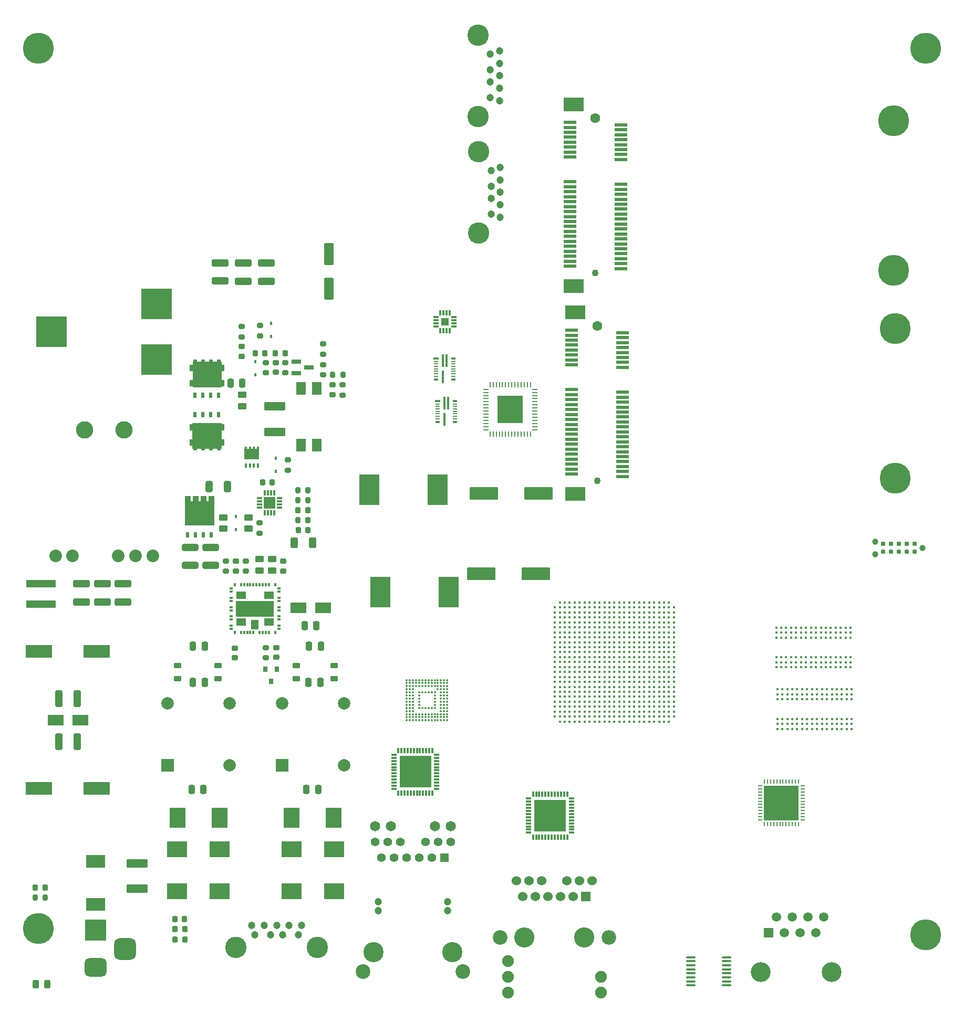
<source format=gbr>
%TF.GenerationSoftware,KiCad,Pcbnew,5.99.0-unknown-4b436fa57~104~ubuntu20.04.1*%
%TF.CreationDate,2020-10-20T16:16:34-05:00*%
%TF.ProjectId,AP2100,41503231-3030-42e6-9b69-6361645f7063,rev?*%
%TF.SameCoordinates,Original*%
%TF.FileFunction,Soldermask,Top*%
%TF.FilePolarity,Negative*%
%FSLAX46Y46*%
G04 Gerber Fmt 4.6, Leading zero omitted, Abs format (unit mm)*
G04 Created by KiCad (PCBNEW 5.99.0-unknown-4b436fa57~104~ubuntu20.04.1) date 2020-10-20 16:16:34*
%MOMM*%
%LPD*%
G01*
G04 APERTURE LIST*
G04 Aperture macros list*
%AMRoundRect*
0 Rectangle with rounded corners*
0 $1 Rounding radius*
0 $2 $3 $4 $5 $6 $7 $8 $9 X,Y pos of 4 corners*
0 Add a 4 corners polygon primitive as box body*
4,1,4,$2,$3,$4,$5,$6,$7,$8,$9,$2,$3,0*
0 Add four circle primitives for the rounded corners*
1,1,$1+$1,$2,$3,0*
1,1,$1+$1,$4,$5,0*
1,1,$1+$1,$6,$7,0*
1,1,$1+$1,$8,$9,0*
0 Add four rect primitives between the rounded corners*
20,1,$1+$1,$2,$3,$4,$5,0*
20,1,$1+$1,$4,$5,$6,$7,0*
20,1,$1+$1,$6,$7,$8,$9,0*
20,1,$1+$1,$8,$9,$2,$3,0*%
G04 Aperture macros list end*
%ADD10C,0.010000*%
%ADD11RoundRect,0.250000X-0.250000X-0.475000X0.250000X-0.475000X0.250000X0.475000X-0.250000X0.475000X0*%
%ADD12RoundRect,0.243750X-0.243750X-0.456250X0.243750X-0.456250X0.243750X0.456250X-0.243750X0.456250X0*%
%ADD13RoundRect,0.225000X-0.250000X0.225000X-0.250000X-0.225000X0.250000X-0.225000X0.250000X0.225000X0*%
%ADD14R,0.620000X0.940000*%
%ADD15RoundRect,0.070000X-0.650000X-0.300000X0.650000X-0.300000X0.650000X0.300000X-0.650000X0.300000X0*%
%ADD16RoundRect,0.218750X0.381250X-0.218750X0.381250X0.218750X-0.381250X0.218750X-0.381250X-0.218750X0*%
%ADD17RoundRect,0.250000X1.100000X-0.325000X1.100000X0.325000X-1.100000X0.325000X-1.100000X-0.325000X0*%
%ADD18R,3.200000X5.000000*%
%ADD19C,1.200000*%
%ADD20C,3.450000*%
%ADD21RoundRect,0.200000X-0.275000X0.200000X-0.275000X-0.200000X0.275000X-0.200000X0.275000X0.200000X0*%
%ADD22RoundRect,0.225000X0.250000X-0.225000X0.250000X0.225000X-0.250000X0.225000X-0.250000X-0.225000X0*%
%ADD23R,0.450000X0.600000*%
%ADD24RoundRect,0.250000X1.075000X-0.312500X1.075000X0.312500X-1.075000X0.312500X-1.075000X-0.312500X0*%
%ADD25RoundRect,0.250000X0.450000X-0.262500X0.450000X0.262500X-0.450000X0.262500X-0.450000X-0.262500X0*%
%ADD26RoundRect,0.250000X-0.325000X-1.100000X0.325000X-1.100000X0.325000X1.100000X-0.325000X1.100000X0*%
%ADD27RoundRect,0.225000X0.225000X0.250000X-0.225000X0.250000X-0.225000X-0.250000X0.225000X-0.250000X0*%
%ADD28R,3.300000X2.500000*%
%ADD29RoundRect,0.218750X-0.218750X-0.256250X0.218750X-0.256250X0.218750X0.256250X-0.218750X0.256250X0*%
%ADD30C,2.900000*%
%ADD31C,5.000000*%
%ADD32RoundRect,0.250000X-0.450000X0.262500X-0.450000X-0.262500X0.450000X-0.262500X0.450000X0.262500X0*%
%ADD33RoundRect,0.225000X-0.225000X-0.250000X0.225000X-0.250000X0.225000X0.250000X-0.225000X0.250000X0*%
%ADD34R,5.000000X5.000000*%
%ADD35RoundRect,0.200000X0.275000X-0.200000X0.275000X0.200000X-0.275000X0.200000X-0.275000X-0.200000X0*%
%ADD36R,0.300000X0.850000*%
%ADD37R,0.850000X0.300000*%
%ADD38R,5.150000X5.150000*%
%ADD39RoundRect,0.218750X0.218750X0.256250X-0.218750X0.256250X-0.218750X-0.256250X0.218750X-0.256250X0*%
%ADD40RoundRect,0.250000X0.325000X0.650000X-0.325000X0.650000X-0.325000X-0.650000X0.325000X-0.650000X0*%
%ADD41RoundRect,0.250001X-2.049999X-0.799999X2.049999X-0.799999X2.049999X0.799999X-2.049999X0.799999X0*%
%ADD42C,2.030000*%
%ADD43C,2.790000*%
%ADD44R,1.250000X1.250000*%
%ADD45R,4.300000X2.100000*%
%ADD46RoundRect,0.100000X0.637500X0.100000X-0.637500X0.100000X-0.637500X-0.100000X0.637500X-0.100000X0*%
%ADD47RoundRect,0.250000X-1.100000X0.325000X-1.100000X-0.325000X1.100000X-0.325000X1.100000X0.325000X0*%
%ADD48C,0.410000*%
%ADD49C,1.100000*%
%ADD50C,1.600000*%
%ADD51R,2.000000X0.600000*%
%ADD52R,3.200000X2.300000*%
%ADD53RoundRect,0.250000X0.550000X-1.500000X0.550000X1.500000X-0.550000X1.500000X-0.550000X-1.500000X0*%
%ADD54RoundRect,0.218750X0.256250X-0.218750X0.256250X0.218750X-0.256250X0.218750X-0.256250X-0.218750X0*%
%ADD55R,2.000000X2.000000*%
%ADD56C,2.000000*%
%ADD57R,1.530000X1.530000*%
%ADD58C,1.530000*%
%ADD59C,1.905000*%
%ADD60C,3.251200*%
%ADD61C,2.355000*%
%ADD62R,2.500000X3.300000*%
%ADD63C,0.990600*%
%ADD64C,0.787400*%
%ADD65R,0.420000X0.700000*%
%ADD66R,2.370000X1.700000*%
%ADD67R,0.420000X0.450000*%
%ADD68RoundRect,0.249999X-1.450001X0.450001X-1.450001X-0.450001X1.450001X-0.450001X1.450001X0.450001X0*%
%ADD69R,2.500000X1.800000*%
%ADD70RoundRect,0.200000X0.200000X0.275000X-0.200000X0.275000X-0.200000X-0.275000X0.200000X-0.275000X0*%
%ADD71R,0.950000X0.300000*%
%ADD72R,0.300000X0.950000*%
%ADD73R,1.850000X1.850000*%
%ADD74R,1.500000X2.100000*%
%ADD75R,0.800000X0.900000*%
%ADD76R,0.300000X0.580000*%
%ADD77R,0.580000X0.300000*%
%ADD78R,1.520000X1.200000*%
%ADD79R,6.140000X2.560000*%
%ADD80R,1.200000X1.520000*%
%ADD81RoundRect,0.200000X-0.200000X-0.275000X0.200000X-0.275000X0.200000X0.275000X-0.200000X0.275000X0*%
%ADD82R,3.500000X3.500000*%
%ADD83RoundRect,0.750000X1.000000X-0.750000X1.000000X0.750000X-1.000000X0.750000X-1.000000X-0.750000X0*%
%ADD84RoundRect,0.875000X0.875000X-0.875000X0.875000X0.875000X-0.875000X0.875000X-0.875000X-0.875000X0*%
%ADD85R,1.398000X1.398000*%
%ADD86C,1.398000*%
%ADD87C,1.650000*%
%ADD88C,2.362500*%
%ADD89C,3.250000*%
%ADD90R,0.900000X0.300000*%
%ADD91R,0.800000X0.200000*%
%ADD92R,0.800000X0.300000*%
%ADD93R,0.300000X2.000000*%
%ADD94C,3.200000*%
%ADD95R,1.500000X1.500000*%
%ADD96C,1.500000*%
%ADD97RoundRect,0.249999X1.450001X-0.450001X1.450001X0.450001X-1.450001X0.450001X-1.450001X-0.450001X0*%
%ADD98R,4.700000X1.200000*%
%ADD99R,3.150000X2.150000*%
%ADD100RoundRect,0.250000X-0.312500X-0.625000X0.312500X-0.625000X0.312500X0.625000X-0.312500X0.625000X0*%
%ADD101C,0.350000*%
%ADD102R,0.740000X0.260000*%
%ADD103R,0.260000X0.740000*%
%ADD104R,5.650000X5.650000*%
%ADD105R,0.810000X0.270000*%
%ADD106R,0.270000X0.810000*%
%ADD107R,4.100000X4.400000*%
%ADD108R,0.500000X0.925000*%
%ADD109R,0.610000X0.917200*%
G04 APERTURE END LIST*
%TO.C,U5*%
G36*
X33383990Y-57983620D02*
G01*
X32882400Y-57983620D01*
X32882400Y-57084400D01*
X33383990Y-57084400D01*
X33383990Y-57983620D01*
G37*
D10*
X33383990Y-57983620D02*
X32882400Y-57983620D01*
X32882400Y-57084400D01*
X33383990Y-57084400D01*
X33383990Y-57983620D01*
G36*
X28379890Y-60435630D02*
G01*
X27882400Y-60435630D01*
X27882400Y-59534400D01*
X28379890Y-59534400D01*
X28379890Y-60435630D01*
G37*
X28379890Y-60435630D02*
X27882400Y-60435630D01*
X27882400Y-59534400D01*
X28379890Y-59534400D01*
X28379890Y-60435630D01*
G36*
X28381670Y-57983960D02*
G01*
X27882400Y-57983960D01*
X27882400Y-57084400D01*
X28381670Y-57084400D01*
X28381670Y-57983960D01*
G37*
X28381670Y-57983960D02*
X27882400Y-57983960D01*
X27882400Y-57084400D01*
X28381670Y-57084400D01*
X28381670Y-57983960D01*
G36*
X32935330Y-60636060D02*
G01*
X28332400Y-60636060D01*
X28332400Y-56584400D01*
X32935330Y-56584400D01*
X32935330Y-60636060D01*
G37*
X32935330Y-60636060D02*
X28332400Y-60636060D01*
X28332400Y-56584400D01*
X32935330Y-56584400D01*
X32935330Y-60636060D01*
G36*
X33384700Y-60435320D02*
G01*
X32882400Y-60435320D01*
X32882400Y-59534400D01*
X33384700Y-59534400D01*
X33384700Y-60435320D01*
G37*
X33384700Y-60435320D02*
X32882400Y-60435320D01*
X32882400Y-59534400D01*
X33384700Y-59534400D01*
X33384700Y-60435320D01*
%TO.C,Q1*%
G36*
X27920985Y-79051000D02*
G01*
X28390985Y-79051000D01*
X28390985Y-78251000D01*
X29190985Y-78251000D01*
X29190985Y-79051000D01*
X29660985Y-79051000D01*
X29660985Y-78251000D01*
X30460985Y-78251000D01*
X30460985Y-79051000D01*
X30930985Y-79051000D01*
X30930985Y-78251000D01*
X31730985Y-78251000D01*
X31730985Y-82906000D01*
X27120985Y-82906000D01*
X27120985Y-78251000D01*
X27920985Y-78251000D01*
X27920985Y-79051000D01*
G37*
X27920985Y-79051000D02*
X28390985Y-79051000D01*
X28390985Y-78251000D01*
X29190985Y-78251000D01*
X29190985Y-79051000D01*
X29660985Y-79051000D01*
X29660985Y-78251000D01*
X30460985Y-78251000D01*
X30460985Y-79051000D01*
X30930985Y-79051000D01*
X30930985Y-78251000D01*
X31730985Y-78251000D01*
X31730985Y-82906000D01*
X27120985Y-82906000D01*
X27120985Y-78251000D01*
X27920985Y-78251000D01*
X27920985Y-79051000D01*
%TO.C,U4*%
G36*
X28382400Y-70017200D02*
G01*
X27880810Y-70017200D01*
X27880810Y-69117980D01*
X28382400Y-69117980D01*
X28382400Y-70017200D01*
G37*
X28382400Y-70017200D02*
X27880810Y-70017200D01*
X27880810Y-69117980D01*
X28382400Y-69117980D01*
X28382400Y-70017200D01*
G36*
X28382400Y-67567200D02*
G01*
X27880100Y-67567200D01*
X27880100Y-66666280D01*
X28382400Y-66666280D01*
X28382400Y-67567200D01*
G37*
X28382400Y-67567200D02*
X27880100Y-67567200D01*
X27880100Y-66666280D01*
X28382400Y-66666280D01*
X28382400Y-67567200D01*
G36*
X33382400Y-70017200D02*
G01*
X32883130Y-70017200D01*
X32883130Y-69117640D01*
X33382400Y-69117640D01*
X33382400Y-70017200D01*
G37*
X33382400Y-70017200D02*
X32883130Y-70017200D01*
X32883130Y-69117640D01*
X33382400Y-69117640D01*
X33382400Y-70017200D01*
G36*
X33382400Y-67567200D02*
G01*
X32884910Y-67567200D01*
X32884910Y-66665970D01*
X33382400Y-66665970D01*
X33382400Y-67567200D01*
G37*
X33382400Y-67567200D02*
X32884910Y-67567200D01*
X32884910Y-66665970D01*
X33382400Y-66665970D01*
X33382400Y-67567200D01*
G36*
X32932400Y-70517200D02*
G01*
X28329470Y-70517200D01*
X28329470Y-66465540D01*
X32932400Y-66465540D01*
X32932400Y-70517200D01*
G37*
X32932400Y-70517200D02*
X28329470Y-70517200D01*
X28329470Y-66465540D01*
X32932400Y-66465540D01*
X32932400Y-70517200D01*
%TD*%
D11*
%TO.C,C112*%
X34447400Y-60029450D03*
X36347400Y-60029450D03*
%TD*%
D12*
%TO.C,LED6*%
X3062500Y-157000000D03*
X4937500Y-157000000D03*
%TD*%
D13*
%TO.C,C89*%
X41802196Y-102727102D03*
X41802196Y-104277102D03*
%TD*%
D11*
%TO.C,C83*%
X46691130Y-125611200D03*
X48591130Y-125611200D03*
%TD*%
D14*
%TO.C,U5*%
X28727400Y-61989400D03*
X29997400Y-61989400D03*
X31267400Y-61989400D03*
X32537400Y-61989400D03*
G36*
X27957046Y-59589045D02*
G01*
X27957400Y-59588899D01*
X28426900Y-59588899D01*
X28426900Y-57939899D01*
X27957402Y-57939898D01*
X27957400Y-57939899D01*
X27957046Y-57939753D01*
X27956900Y-57939399D01*
X27956900Y-57139399D01*
X27957046Y-57139045D01*
X27957400Y-57138899D01*
X28426900Y-57138899D01*
X28426900Y-56214400D01*
X28427046Y-56214046D01*
X28427400Y-56213900D01*
X29032400Y-56213900D01*
X29032754Y-56214046D01*
X29032900Y-56214400D01*
X29032900Y-56678900D01*
X29691900Y-56678900D01*
X29691900Y-56214400D01*
X29692046Y-56214046D01*
X29692400Y-56213900D01*
X30302400Y-56213900D01*
X30302754Y-56214046D01*
X30302900Y-56214400D01*
X30302900Y-56678900D01*
X30961900Y-56678900D01*
X30961900Y-56214400D01*
X30962046Y-56214046D01*
X30962400Y-56213900D01*
X31572400Y-56213900D01*
X31572754Y-56214046D01*
X31572900Y-56214400D01*
X31572900Y-56678900D01*
X32227400Y-56678900D01*
X32227400Y-56209400D01*
X32847400Y-56209400D01*
X32847400Y-57138900D01*
X33307400Y-57138900D01*
X33307754Y-57139046D01*
X33307900Y-57139400D01*
X33307899Y-57939400D01*
X33307753Y-57939754D01*
X33307399Y-57939900D01*
X32837899Y-57939899D01*
X32837899Y-59588900D01*
X33307399Y-59588900D01*
X33307753Y-59589046D01*
X33307899Y-59589400D01*
X33307899Y-60389400D01*
X33307753Y-60389754D01*
X33307399Y-60389900D01*
X32837899Y-60389899D01*
X32837899Y-60539400D01*
X32837753Y-60539754D01*
X32837399Y-60539900D01*
X28427402Y-60539898D01*
X28427400Y-60539899D01*
X28427046Y-60539753D01*
X28426900Y-60539399D01*
X28426900Y-60389899D01*
X27957402Y-60389898D01*
X27957400Y-60389899D01*
X27957046Y-60389753D01*
X27956900Y-60389399D01*
X27956900Y-59589399D01*
X27957046Y-59589045D01*
G37*
X31267400Y-56679400D03*
X29997400Y-56679400D03*
X28727400Y-56679400D03*
%TD*%
D15*
%TO.C,U6*%
X45012900Y-56530700D03*
X45012900Y-58430700D03*
X47112900Y-57480700D03*
%TD*%
D16*
%TO.C,FB2*%
X32397310Y-107712800D03*
X32397310Y-105587800D03*
%TD*%
D17*
%TO.C,C116*%
X32740600Y-43562800D03*
X32740600Y-40612800D03*
%TD*%
%TO.C,C113*%
X36499800Y-43586400D03*
X36499800Y-40636400D03*
%TD*%
D18*
%TO.C,L1*%
X58584200Y-93700600D03*
X69584200Y-93700600D03*
%TD*%
D19*
%TO.C,J9*%
X38379400Y-149021800D03*
X40879400Y-149021800D03*
X42879400Y-149021800D03*
X45379400Y-149021800D03*
X45879400Y-147521800D03*
X43879400Y-147521800D03*
X41879400Y-147521800D03*
X39879400Y-147521800D03*
X37879400Y-147521800D03*
D20*
X35309400Y-151021800D03*
X48449400Y-151021800D03*
%TD*%
D21*
%TO.C,R46*%
X49390300Y-53722000D03*
X49390300Y-55372000D03*
%TD*%
D22*
%TO.C,C87*%
X42941196Y-90330999D03*
X42941196Y-88780999D03*
%TD*%
D23*
%TO.C,D13*%
X35306585Y-81576200D03*
X35306585Y-83676200D03*
%TD*%
D24*
%TO.C,R41*%
X31242000Y-89462800D03*
X31242000Y-86537800D03*
%TD*%
D25*
%TO.C,R17*%
X41144996Y-90271600D03*
X41144996Y-88446600D03*
%TD*%
D26*
%TO.C,C95*%
X6804185Y-117867800D03*
X9754185Y-117867800D03*
%TD*%
D16*
%TO.C,FB4*%
X51181585Y-107712800D03*
X51181585Y-105587800D03*
%TD*%
D27*
%TO.C,C118*%
X46889785Y-80525602D03*
X45339785Y-80525602D03*
%TD*%
D28*
%TO.C,D6*%
X51155185Y-135192196D03*
X51155185Y-141992196D03*
%TD*%
D16*
%TO.C,FB3*%
X45034785Y-107712800D03*
X45034785Y-105587800D03*
%TD*%
D29*
%TO.C,LED4*%
X2971700Y-141427200D03*
X4546700Y-141427200D03*
%TD*%
D30*
%TO.C,H3*%
X3500000Y-148000000D03*
D31*
X3500001Y-148000007D03*
%TD*%
D22*
%TO.C,C122*%
X50863500Y-61887700D03*
X50863500Y-60337700D03*
%TD*%
D32*
%TO.C,R38*%
X33303184Y-81694899D03*
X33303184Y-83519899D03*
%TD*%
D22*
%TO.C,C104*%
X35168796Y-104307701D03*
X35168796Y-102757701D03*
%TD*%
D33*
%TO.C,C127*%
X38442900Y-55206900D03*
X39992900Y-55206900D03*
%TD*%
D22*
%TO.C,C123*%
X41719500Y-58306300D03*
X41719500Y-56756300D03*
%TD*%
D23*
%TO.C,D19*%
X41021000Y-50385000D03*
X41021000Y-52485000D03*
%TD*%
D34*
%TO.C,L10*%
X22572185Y-56239800D03*
X22572185Y-47239800D03*
X5572185Y-51739800D03*
%TD*%
D11*
%TO.C,C105*%
X46375196Y-99138501D03*
X48275196Y-99138501D03*
%TD*%
D35*
%TO.C,R19*%
X40142796Y-104344501D03*
X40142796Y-102694501D03*
%TD*%
D22*
%TO.C,C90*%
X35346596Y-90334100D03*
X35346596Y-88784100D03*
%TD*%
D30*
%TO.C,H1*%
X3500000Y-6000000D03*
D31*
X3500000Y-6000000D03*
%TD*%
D36*
%TO.C,IC8*%
X61486600Y-126182800D03*
X61986600Y-126182800D03*
X62486600Y-126182800D03*
X62986600Y-126182800D03*
X63486600Y-126182800D03*
X63986600Y-126182800D03*
X64486600Y-126182800D03*
X64986600Y-126182800D03*
X65486600Y-126182800D03*
X65986600Y-126182800D03*
X66486600Y-126182800D03*
X66986600Y-126182800D03*
D37*
X67686600Y-125482800D03*
X67686600Y-124982800D03*
X67686600Y-124482800D03*
X67686600Y-123982800D03*
X67686600Y-123482800D03*
X67686600Y-122982800D03*
X67686600Y-122482800D03*
X67686600Y-121982800D03*
X67686600Y-121482800D03*
X67686600Y-120982800D03*
X67686600Y-120482800D03*
X67686600Y-119982800D03*
D36*
X66986600Y-119282800D03*
X66486600Y-119282800D03*
X65986600Y-119282800D03*
X65486600Y-119282800D03*
X64986600Y-119282800D03*
X64486600Y-119282800D03*
X63986600Y-119282800D03*
X63486600Y-119282800D03*
X62986600Y-119282800D03*
X62486600Y-119282800D03*
X61986600Y-119282800D03*
X61486600Y-119282800D03*
D37*
X60786600Y-119982800D03*
X60786600Y-120482800D03*
X60786600Y-120982800D03*
X60786600Y-121482800D03*
X60786600Y-121982800D03*
X60786600Y-122482800D03*
X60786600Y-122982800D03*
X60786600Y-123482800D03*
X60786600Y-123982800D03*
X60786600Y-124482800D03*
X60786600Y-124982800D03*
X60786600Y-125482800D03*
D38*
X64236600Y-122732800D03*
%TD*%
D39*
%TO.C,LED1*%
X27051100Y-146484050D03*
X25476100Y-146484050D03*
%TD*%
D35*
%TO.C,R49*%
X39217600Y-52387000D03*
X39217600Y-50737000D03*
%TD*%
D24*
%TO.C,R42*%
X27965400Y-89458800D03*
X27965400Y-86533800D03*
%TD*%
D40*
%TO.C,C120*%
X33987000Y-76708000D03*
X31037000Y-76708000D03*
%TD*%
D41*
%TO.C,C222*%
X74873400Y-90779600D03*
X83673400Y-90779600D03*
%TD*%
D42*
%TO.C,TR1*%
X6288185Y-87930800D03*
X8992185Y-87930800D03*
X16358185Y-87930800D03*
X19152185Y-87930800D03*
X21946185Y-87930800D03*
D43*
X17247185Y-67610800D03*
X10897185Y-67610800D03*
%TD*%
D18*
%TO.C,L2*%
X56857000Y-77216000D03*
X67857000Y-77216000D03*
%TD*%
D35*
%TO.C,R25*%
X33746396Y-90384100D03*
X33746396Y-88734100D03*
%TD*%
D37*
%TO.C,IC1*%
X67540046Y-49379825D03*
X67540046Y-49879825D03*
X67540046Y-50379825D03*
X67540046Y-50879825D03*
D36*
X68240046Y-51579825D03*
X68740046Y-51579825D03*
X69240046Y-51579825D03*
X69740046Y-51579825D03*
D37*
X70440046Y-50879825D03*
X70440046Y-50379825D03*
X70440046Y-49879825D03*
X70440046Y-49379825D03*
D36*
X69740046Y-48679825D03*
X69240046Y-48679825D03*
X68740046Y-48679825D03*
X68240046Y-48679825D03*
D44*
X68990046Y-50129825D03*
%TD*%
D23*
%TO.C,D18*%
X41774200Y-72183201D03*
X41774200Y-74283201D03*
%TD*%
D45*
%TO.C,C92*%
X3580185Y-103301800D03*
X12880185Y-103301800D03*
%TD*%
%TO.C,C91*%
X3580185Y-125425200D03*
X12880185Y-125425200D03*
%TD*%
D46*
%TO.C,U11*%
X114368500Y-157189600D03*
X114368500Y-156539600D03*
X114368500Y-155889600D03*
X114368500Y-155239600D03*
X114368500Y-154589600D03*
X114368500Y-153939600D03*
X114368500Y-153289600D03*
X114368500Y-152639600D03*
X108643500Y-152639600D03*
X108643500Y-153289600D03*
X108643500Y-153939600D03*
X108643500Y-154589600D03*
X108643500Y-155239600D03*
X108643500Y-155889600D03*
X108643500Y-156539600D03*
X108643500Y-157189600D03*
%TD*%
D47*
%TO.C,C102*%
X10451785Y-92379800D03*
X10451785Y-95329800D03*
%TD*%
D48*
%TO.C,IC7*%
X122397000Y-105866800D03*
X122397000Y-105066800D03*
X122397000Y-104266800D03*
X122397000Y-101066800D03*
X122397000Y-100266800D03*
X122397000Y-99466800D03*
X123197000Y-105866800D03*
X123197000Y-105066800D03*
X123197000Y-104266800D03*
X123197000Y-101066800D03*
X123197000Y-100266800D03*
X123197000Y-99466800D03*
X123997000Y-105866800D03*
X123997000Y-105066800D03*
X123997000Y-104266800D03*
X123997000Y-101066800D03*
X123997000Y-100266800D03*
X123997000Y-99466800D03*
X124797000Y-105866800D03*
X124797000Y-105066800D03*
X124797000Y-104266800D03*
X124797000Y-101066800D03*
X124797000Y-100266800D03*
X124797000Y-99466800D03*
X125597000Y-105866800D03*
X125597000Y-105066800D03*
X125597000Y-104266800D03*
X125597000Y-101066800D03*
X125597000Y-100266800D03*
X125597000Y-99466800D03*
X126397000Y-105866800D03*
X126397000Y-105066800D03*
X126397000Y-104266800D03*
X126397000Y-101066800D03*
X126397000Y-100266800D03*
X126397000Y-99466800D03*
X127197000Y-105866800D03*
X127197000Y-105066800D03*
X127197000Y-104266800D03*
X127197000Y-101066800D03*
X127197000Y-100266800D03*
X127197000Y-99466800D03*
X127997000Y-105866800D03*
X127997000Y-105066800D03*
X127997000Y-104266800D03*
X127997000Y-101066800D03*
X127997000Y-100266800D03*
X127997000Y-99466800D03*
X128797000Y-105866800D03*
X128797000Y-105066800D03*
X128797000Y-104266800D03*
X128797000Y-101066800D03*
X128797000Y-100266800D03*
X128797000Y-99466800D03*
X129597000Y-105866800D03*
X129597000Y-105066800D03*
X129597000Y-104266800D03*
X129597000Y-101066800D03*
X129597000Y-100266800D03*
X129597000Y-99466800D03*
X130397000Y-105866800D03*
X130397000Y-105066800D03*
X130397000Y-104266800D03*
X130397000Y-101066800D03*
X130397000Y-100266800D03*
X130397000Y-99466800D03*
X131197000Y-105866800D03*
X131197000Y-105066800D03*
X131197000Y-104266800D03*
X131197000Y-101066800D03*
X131197000Y-100266800D03*
X131197000Y-99466800D03*
X131997000Y-105866800D03*
X131997000Y-105066800D03*
X131997000Y-104266800D03*
X131997000Y-101066800D03*
X131997000Y-100266800D03*
X131997000Y-99466800D03*
X132797000Y-105866800D03*
X132797000Y-105066800D03*
X132797000Y-104266800D03*
X132797000Y-101066800D03*
X132797000Y-100266800D03*
X132797000Y-99466800D03*
X133597000Y-105866800D03*
X133597000Y-105066800D03*
X133597000Y-104266800D03*
X133597000Y-101066800D03*
X133597000Y-100266800D03*
X133597000Y-99466800D03*
X134397000Y-105866800D03*
X134397000Y-105066800D03*
X134397000Y-104266800D03*
X134397000Y-101066800D03*
X134397000Y-100266800D03*
X134397000Y-99466800D03*
%TD*%
D28*
%TO.C,D5*%
X32651310Y-141992196D03*
X32651310Y-135192196D03*
%TD*%
D21*
%TO.C,R45*%
X52539900Y-60313300D03*
X52539900Y-61963300D03*
%TD*%
D30*
%TO.C,H4*%
X146500000Y-149000000D03*
D31*
X146500000Y-149000000D03*
%TD*%
%TO.C,J6*%
X141598200Y-75396800D03*
D49*
X93548200Y-75796800D03*
D31*
X141598200Y-51196800D03*
D50*
X93548200Y-50796800D03*
D51*
X89448200Y-51496800D03*
X97648200Y-51896800D03*
X89448200Y-52296800D03*
X97648200Y-52696800D03*
X89448200Y-53096800D03*
X97648200Y-53496800D03*
X89448200Y-53896800D03*
X97648200Y-54296800D03*
X89448200Y-54696800D03*
X97648200Y-55096800D03*
X89448200Y-55496800D03*
X97648200Y-55896800D03*
X89448200Y-56296800D03*
X97648200Y-56696800D03*
X89448200Y-57096800D03*
X97648200Y-57496800D03*
X89448200Y-61096800D03*
X97648200Y-61496800D03*
X89448200Y-61896800D03*
X97648200Y-62296800D03*
X89448200Y-62696800D03*
X97648200Y-63096800D03*
X89448200Y-63496800D03*
X97648200Y-63896800D03*
X89448200Y-64296800D03*
X97648200Y-64696800D03*
X89448200Y-65096800D03*
X97648200Y-65496800D03*
X89448200Y-65896800D03*
X97648200Y-66296800D03*
X89448200Y-66696800D03*
X97648200Y-67096800D03*
X89448200Y-67496800D03*
X97648200Y-67896800D03*
X89448200Y-68296800D03*
X97648200Y-68696800D03*
X89448200Y-69096800D03*
X97648200Y-69496800D03*
X89448200Y-69896800D03*
X97648200Y-70296800D03*
X89448200Y-70696800D03*
X97648200Y-71096800D03*
X89448200Y-71496800D03*
X97648200Y-71896800D03*
X89448200Y-72296800D03*
X97648200Y-72696800D03*
X89448200Y-73096800D03*
X97648200Y-73496800D03*
X89448200Y-73896800D03*
X97648200Y-74296800D03*
X89448200Y-74696800D03*
X97648200Y-75096800D03*
D52*
X90048200Y-77946800D03*
X90048200Y-48646800D03*
%TD*%
D53*
%TO.C,C115*%
X50292000Y-44843000D03*
X50292000Y-39243000D03*
%TD*%
D23*
%TO.C,D20*%
X38417500Y-56595300D03*
X38417500Y-58695300D03*
%TD*%
D48*
%TO.C,U7*%
X87516800Y-95429000D03*
X88316800Y-95429000D03*
X89116800Y-95429000D03*
X89916800Y-95429000D03*
X90716800Y-95429000D03*
X91516800Y-95429000D03*
X92316800Y-95429000D03*
X93116800Y-95429000D03*
X93916800Y-95429000D03*
X94716800Y-95429000D03*
X95516800Y-95429000D03*
X96316800Y-95429000D03*
X97116800Y-95429000D03*
X97916800Y-95429000D03*
X98716800Y-95429000D03*
X99516800Y-95429000D03*
X100316800Y-95429000D03*
X101116800Y-95429000D03*
X101916800Y-95429000D03*
X102716800Y-95429000D03*
X103516800Y-95429000D03*
X104316800Y-95429000D03*
X105116800Y-95429000D03*
X86716800Y-111429000D03*
X87516800Y-111429000D03*
X88316800Y-111429000D03*
X89116800Y-111429000D03*
X89916800Y-111429000D03*
X90716800Y-111429000D03*
X91516800Y-111429000D03*
X92316800Y-111429000D03*
X93116800Y-111429000D03*
X93916800Y-111429000D03*
X94716800Y-111429000D03*
X95516800Y-111429000D03*
X96316800Y-111429000D03*
X97116800Y-111429000D03*
X97916800Y-111429000D03*
X98716800Y-111429000D03*
X99516800Y-111429000D03*
X100316800Y-111429000D03*
X101116800Y-111429000D03*
X101916800Y-111429000D03*
X102716800Y-111429000D03*
X103516800Y-111429000D03*
X104316800Y-111429000D03*
X105116800Y-111429000D03*
X105916800Y-111429000D03*
X86716800Y-112229000D03*
X87516800Y-112229000D03*
X88316800Y-112229000D03*
X89116800Y-112229000D03*
X89916800Y-112229000D03*
X90716800Y-112229000D03*
X91516800Y-112229000D03*
X92316800Y-112229000D03*
X93116800Y-112229000D03*
X93916800Y-112229000D03*
X94716800Y-112229000D03*
X95516800Y-112229000D03*
X96316800Y-112229000D03*
X97116800Y-112229000D03*
X97916800Y-112229000D03*
X98716800Y-112229000D03*
X99516800Y-112229000D03*
X100316800Y-112229000D03*
X101116800Y-112229000D03*
X101916800Y-112229000D03*
X102716800Y-112229000D03*
X103516800Y-112229000D03*
X104316800Y-112229000D03*
X105116800Y-112229000D03*
X105916800Y-112229000D03*
X86716800Y-113029000D03*
X87516800Y-113029000D03*
X88316800Y-113029000D03*
X89116800Y-113029000D03*
X89916800Y-113029000D03*
X90716800Y-113029000D03*
X91516800Y-113029000D03*
X92316800Y-113029000D03*
X93116800Y-113029000D03*
X93916800Y-113029000D03*
X94716800Y-113029000D03*
X95516800Y-113029000D03*
X96316800Y-113029000D03*
X97116800Y-113029000D03*
X97916800Y-113029000D03*
X98716800Y-113029000D03*
X99516800Y-113029000D03*
X100316800Y-113029000D03*
X101116800Y-113029000D03*
X101916800Y-113029000D03*
X102716800Y-113029000D03*
X103516800Y-113029000D03*
X104316800Y-113029000D03*
X105116800Y-113029000D03*
X105916800Y-113029000D03*
X86716800Y-113829000D03*
X87516800Y-113829000D03*
X88316800Y-113829000D03*
X89116800Y-113829000D03*
X89916800Y-113829000D03*
X90716800Y-113829000D03*
X91516800Y-113829000D03*
X92316800Y-113829000D03*
X93116800Y-113829000D03*
X93916800Y-113829000D03*
X94716800Y-113829000D03*
X95516800Y-113829000D03*
X96316800Y-113829000D03*
X97116800Y-113829000D03*
X97916800Y-113829000D03*
X98716800Y-113829000D03*
X99516800Y-113829000D03*
X100316800Y-113829000D03*
X101116800Y-113829000D03*
X101916800Y-113829000D03*
X102716800Y-113829000D03*
X103516800Y-113829000D03*
X104316800Y-113829000D03*
X105116800Y-113829000D03*
X105916800Y-113829000D03*
X87516800Y-114629000D03*
X88316800Y-114629000D03*
X89116800Y-114629000D03*
X89916800Y-114629000D03*
X90716800Y-114629000D03*
X91516800Y-114629000D03*
X92316800Y-114629000D03*
X93116800Y-114629000D03*
X93916800Y-114629000D03*
X94716800Y-114629000D03*
X95516800Y-114629000D03*
X96316800Y-114629000D03*
X97116800Y-114629000D03*
X97916800Y-114629000D03*
X98716800Y-114629000D03*
X99516800Y-114629000D03*
X100316800Y-114629000D03*
X101116800Y-114629000D03*
X101916800Y-114629000D03*
X102716800Y-114629000D03*
X103516800Y-114629000D03*
X104316800Y-114629000D03*
X105116800Y-114629000D03*
X86716800Y-96229000D03*
X87516800Y-96229000D03*
X88316800Y-96229000D03*
X89116800Y-96229000D03*
X89916800Y-96229000D03*
X90716800Y-96229000D03*
X91516800Y-96229000D03*
X92316800Y-96229000D03*
X93116800Y-96229000D03*
X93916800Y-96229000D03*
X94716800Y-96229000D03*
X95516800Y-96229000D03*
X96316800Y-96229000D03*
X97116800Y-96229000D03*
X97916800Y-96229000D03*
X98716800Y-96229000D03*
X99516800Y-96229000D03*
X100316800Y-96229000D03*
X101116800Y-96229000D03*
X101916800Y-96229000D03*
X102716800Y-96229000D03*
X103516800Y-96229000D03*
X104316800Y-96229000D03*
X105116800Y-96229000D03*
X105916800Y-96229000D03*
X86716800Y-97029000D03*
X87516800Y-97029000D03*
X88316800Y-97029000D03*
X89116800Y-97029000D03*
X89916800Y-97029000D03*
X90716800Y-97029000D03*
X91516800Y-97029000D03*
X92316800Y-97029000D03*
X93116800Y-97029000D03*
X93916800Y-97029000D03*
X94716800Y-97029000D03*
X95516800Y-97029000D03*
X96316800Y-97029000D03*
X97116800Y-97029000D03*
X97916800Y-97029000D03*
X98716800Y-97029000D03*
X99516800Y-97029000D03*
X100316800Y-97029000D03*
X101116800Y-97029000D03*
X101916800Y-97029000D03*
X102716800Y-97029000D03*
X103516800Y-97029000D03*
X104316800Y-97029000D03*
X105116800Y-97029000D03*
X105916800Y-97029000D03*
X86716800Y-97829000D03*
X87516800Y-97829000D03*
X88316800Y-97829000D03*
X89116800Y-97829000D03*
X89916800Y-97829000D03*
X90716800Y-97829000D03*
X91516800Y-97829000D03*
X92316800Y-97829000D03*
X93116800Y-97829000D03*
X93916800Y-97829000D03*
X94716800Y-97829000D03*
X95516800Y-97829000D03*
X96316800Y-97829000D03*
X97116800Y-97829000D03*
X97916800Y-97829000D03*
X98716800Y-97829000D03*
X99516800Y-97829000D03*
X100316800Y-97829000D03*
X101116800Y-97829000D03*
X101916800Y-97829000D03*
X102716800Y-97829000D03*
X103516800Y-97829000D03*
X104316800Y-97829000D03*
X105116800Y-97829000D03*
X105916800Y-97829000D03*
X86716800Y-98629000D03*
X87516800Y-98629000D03*
X88316800Y-98629000D03*
X89116800Y-98629000D03*
X89916800Y-98629000D03*
X90716800Y-98629000D03*
X91516800Y-98629000D03*
X92316800Y-98629000D03*
X93116800Y-98629000D03*
X93916800Y-98629000D03*
X94716800Y-98629000D03*
X95516800Y-98629000D03*
X96316800Y-98629000D03*
X97116800Y-98629000D03*
X97916800Y-98629000D03*
X98716800Y-98629000D03*
X99516800Y-98629000D03*
X100316800Y-98629000D03*
X101116800Y-98629000D03*
X101916800Y-98629000D03*
X102716800Y-98629000D03*
X103516800Y-98629000D03*
X104316800Y-98629000D03*
X105116800Y-98629000D03*
X105916800Y-98629000D03*
X86716800Y-99429000D03*
X87516800Y-99429000D03*
X88316800Y-99429000D03*
X89116800Y-99429000D03*
X89916800Y-99429000D03*
X90716800Y-99429000D03*
X91516800Y-99429000D03*
X92316800Y-99429000D03*
X93116800Y-99429000D03*
X93916800Y-99429000D03*
X94716800Y-99429000D03*
X95516800Y-99429000D03*
X96316800Y-99429000D03*
X97116800Y-99429000D03*
X97916800Y-99429000D03*
X98716800Y-99429000D03*
X99516800Y-99429000D03*
X100316800Y-99429000D03*
X101116800Y-99429000D03*
X101916800Y-99429000D03*
X102716800Y-99429000D03*
X103516800Y-99429000D03*
X104316800Y-99429000D03*
X105116800Y-99429000D03*
X105916800Y-99429000D03*
X86716800Y-100229000D03*
X87516800Y-100229000D03*
X88316800Y-100229000D03*
X89116800Y-100229000D03*
X89916800Y-100229000D03*
X90716800Y-100229000D03*
X91516800Y-100229000D03*
X92316800Y-100229000D03*
X93116800Y-100229000D03*
X93916800Y-100229000D03*
X94716800Y-100229000D03*
X95516800Y-100229000D03*
X96316800Y-100229000D03*
X97116800Y-100229000D03*
X97916800Y-100229000D03*
X98716800Y-100229000D03*
X99516800Y-100229000D03*
X100316800Y-100229000D03*
X101116800Y-100229000D03*
X101916800Y-100229000D03*
X102716800Y-100229000D03*
X103516800Y-100229000D03*
X104316800Y-100229000D03*
X105116800Y-100229000D03*
X105916800Y-100229000D03*
X86716800Y-101029000D03*
X87516800Y-101029000D03*
X88316800Y-101029000D03*
X89116800Y-101029000D03*
X89916800Y-101029000D03*
X90716800Y-101029000D03*
X91516800Y-101029000D03*
X92316800Y-101029000D03*
X93116800Y-101029000D03*
X93916800Y-101029000D03*
X94716800Y-101029000D03*
X95516800Y-101029000D03*
X96316800Y-101029000D03*
X97116800Y-101029000D03*
X97916800Y-101029000D03*
X98716800Y-101029000D03*
X99516800Y-101029000D03*
X100316800Y-101029000D03*
X101116800Y-101029000D03*
X101916800Y-101029000D03*
X102716800Y-101029000D03*
X103516800Y-101029000D03*
X104316800Y-101029000D03*
X105116800Y-101029000D03*
X105916800Y-101029000D03*
X86716800Y-101829000D03*
X87516800Y-101829000D03*
X88316800Y-101829000D03*
X89116800Y-101829000D03*
X89916800Y-101829000D03*
X90716800Y-101829000D03*
X91516800Y-101829000D03*
X92316800Y-101829000D03*
X93116800Y-101829000D03*
X93916800Y-101829000D03*
X94716800Y-101829000D03*
X95516800Y-101829000D03*
X96316800Y-101829000D03*
X97116800Y-101829000D03*
X97916800Y-101829000D03*
X98716800Y-101829000D03*
X99516800Y-101829000D03*
X100316800Y-101829000D03*
X101116800Y-101829000D03*
X101916800Y-101829000D03*
X102716800Y-101829000D03*
X103516800Y-101829000D03*
X104316800Y-101829000D03*
X105116800Y-101829000D03*
X105916800Y-101829000D03*
X86716800Y-102629000D03*
X87516800Y-102629000D03*
X88316800Y-102629000D03*
X89116800Y-102629000D03*
X89916800Y-102629000D03*
X90716800Y-102629000D03*
X91516800Y-102629000D03*
X92316800Y-102629000D03*
X93116800Y-102629000D03*
X93916800Y-102629000D03*
X94716800Y-102629000D03*
X95516800Y-102629000D03*
X96316800Y-102629000D03*
X97116800Y-102629000D03*
X97916800Y-102629000D03*
X98716800Y-102629000D03*
X99516800Y-102629000D03*
X100316800Y-102629000D03*
X101116800Y-102629000D03*
X101916800Y-102629000D03*
X102716800Y-102629000D03*
X103516800Y-102629000D03*
X104316800Y-102629000D03*
X105116800Y-102629000D03*
X105916800Y-102629000D03*
X86716800Y-103429000D03*
X87516800Y-103429000D03*
X88316800Y-103429000D03*
X89116800Y-103429000D03*
X89916800Y-103429000D03*
X90716800Y-103429000D03*
X91516800Y-103429000D03*
X92316800Y-103429000D03*
X93116800Y-103429000D03*
X93916800Y-103429000D03*
X94716800Y-103429000D03*
X95516800Y-103429000D03*
X96316800Y-103429000D03*
X97116800Y-103429000D03*
X97916800Y-103429000D03*
X98716800Y-103429000D03*
X99516800Y-103429000D03*
X100316800Y-103429000D03*
X101116800Y-103429000D03*
X101916800Y-103429000D03*
X102716800Y-103429000D03*
X103516800Y-103429000D03*
X104316800Y-103429000D03*
X105116800Y-103429000D03*
X105916800Y-103429000D03*
X86716800Y-104229000D03*
X87516800Y-104229000D03*
X88316800Y-104229000D03*
X89116800Y-104229000D03*
X89916800Y-104229000D03*
X90716800Y-104229000D03*
X91516800Y-104229000D03*
X92316800Y-104229000D03*
X93116800Y-104229000D03*
X93916800Y-104229000D03*
X94716800Y-104229000D03*
X95516800Y-104229000D03*
X96316800Y-104229000D03*
X97116800Y-104229000D03*
X97916800Y-104229000D03*
X98716800Y-104229000D03*
X99516800Y-104229000D03*
X100316800Y-104229000D03*
X101116800Y-104229000D03*
X101916800Y-104229000D03*
X102716800Y-104229000D03*
X103516800Y-104229000D03*
X104316800Y-104229000D03*
X105116800Y-104229000D03*
X105916800Y-104229000D03*
X86716800Y-105029000D03*
X87516800Y-105029000D03*
X88316800Y-105029000D03*
X89116800Y-105029000D03*
X89916800Y-105029000D03*
X90716800Y-105029000D03*
X91516800Y-105029000D03*
X92316800Y-105029000D03*
X93116800Y-105029000D03*
X93916800Y-105029000D03*
X94716800Y-105029000D03*
X95516800Y-105029000D03*
X96316800Y-105029000D03*
X97116800Y-105029000D03*
X97916800Y-105029000D03*
X98716800Y-105029000D03*
X99516800Y-105029000D03*
X100316800Y-105029000D03*
X101116800Y-105029000D03*
X101916800Y-105029000D03*
X102716800Y-105029000D03*
X103516800Y-105029000D03*
X104316800Y-105029000D03*
X105116800Y-105029000D03*
X105916800Y-105029000D03*
X86716800Y-105829000D03*
X87516800Y-105829000D03*
X88316800Y-105829000D03*
X89116800Y-105829000D03*
X89916800Y-105829000D03*
X90716800Y-105829000D03*
X91516800Y-105829000D03*
X92316800Y-105829000D03*
X93116800Y-105829000D03*
X93916800Y-105829000D03*
X94716800Y-105829000D03*
X95516800Y-105829000D03*
X96316800Y-105829000D03*
X97116800Y-105829000D03*
X97916800Y-105829000D03*
X98716800Y-105829000D03*
X99516800Y-105829000D03*
X100316800Y-105829000D03*
X101116800Y-105829000D03*
X101916800Y-105829000D03*
X102716800Y-105829000D03*
X103516800Y-105829000D03*
X104316800Y-105829000D03*
X105116800Y-105829000D03*
X105916800Y-105829000D03*
X86716800Y-106629000D03*
X87516800Y-106629000D03*
X88316800Y-106629000D03*
X89116800Y-106629000D03*
X89916800Y-106629000D03*
X90716800Y-106629000D03*
X91516800Y-106629000D03*
X92316800Y-106629000D03*
X93116800Y-106629000D03*
X93916800Y-106629000D03*
X94716800Y-106629000D03*
X95516800Y-106629000D03*
X96316800Y-106629000D03*
X97116800Y-106629000D03*
X97916800Y-106629000D03*
X98716800Y-106629000D03*
X99516800Y-106629000D03*
X100316800Y-106629000D03*
X101116800Y-106629000D03*
X101916800Y-106629000D03*
X102716800Y-106629000D03*
X103516800Y-106629000D03*
X104316800Y-106629000D03*
X105116800Y-106629000D03*
X105916800Y-106629000D03*
X86716800Y-107429000D03*
X87516800Y-107429000D03*
X88316800Y-107429000D03*
X89116800Y-107429000D03*
X89916800Y-107429000D03*
X90716800Y-107429000D03*
X91516800Y-107429000D03*
X92316800Y-107429000D03*
X93116800Y-107429000D03*
X93916800Y-107429000D03*
X94716800Y-107429000D03*
X95516800Y-107429000D03*
X96316800Y-107429000D03*
X97116800Y-107429000D03*
X97916800Y-107429000D03*
X98716800Y-107429000D03*
X99516800Y-107429000D03*
X100316800Y-107429000D03*
X101116800Y-107429000D03*
X101916800Y-107429000D03*
X102716800Y-107429000D03*
X103516800Y-107429000D03*
X104316800Y-107429000D03*
X105116800Y-107429000D03*
X105916800Y-107429000D03*
X86716800Y-108229000D03*
X87516800Y-108229000D03*
X88316800Y-108229000D03*
X89116800Y-108229000D03*
X89916800Y-108229000D03*
X90716800Y-108229000D03*
X91516800Y-108229000D03*
X92316800Y-108229000D03*
X93116800Y-108229000D03*
X93916800Y-108229000D03*
X94716800Y-108229000D03*
X95516800Y-108229000D03*
X96316800Y-108229000D03*
X97116800Y-108229000D03*
X97916800Y-108229000D03*
X98716800Y-108229000D03*
X99516800Y-108229000D03*
X100316800Y-108229000D03*
X101116800Y-108229000D03*
X101916800Y-108229000D03*
X102716800Y-108229000D03*
X103516800Y-108229000D03*
X104316800Y-108229000D03*
X105116800Y-108229000D03*
X105916800Y-108229000D03*
X86716800Y-109029000D03*
X87516800Y-109029000D03*
X88316800Y-109029000D03*
X89116800Y-109029000D03*
X89916800Y-109029000D03*
X90716800Y-109029000D03*
X91516800Y-109029000D03*
X92316800Y-109029000D03*
X93116800Y-109029000D03*
X93916800Y-109029000D03*
X94716800Y-109029000D03*
X95516800Y-109029000D03*
X96316800Y-109029000D03*
X97116800Y-109029000D03*
X97916800Y-109029000D03*
X98716800Y-109029000D03*
X99516800Y-109029000D03*
X100316800Y-109029000D03*
X101116800Y-109029000D03*
X101916800Y-109029000D03*
X102716800Y-109029000D03*
X103516800Y-109029000D03*
X104316800Y-109029000D03*
X105116800Y-109029000D03*
X105916800Y-109029000D03*
X86716800Y-109829000D03*
X87516800Y-109829000D03*
X88316800Y-109829000D03*
X89116800Y-109829000D03*
X89916800Y-109829000D03*
X90716800Y-109829000D03*
X91516800Y-109829000D03*
X92316800Y-109829000D03*
X93116800Y-109829000D03*
X93916800Y-109829000D03*
X94716800Y-109829000D03*
X95516800Y-109829000D03*
X96316800Y-109829000D03*
X97116800Y-109829000D03*
X97916800Y-109829000D03*
X98716800Y-109829000D03*
X99516800Y-109829000D03*
X100316800Y-109829000D03*
X101116800Y-109829000D03*
X101916800Y-109829000D03*
X102716800Y-109829000D03*
X103516800Y-109829000D03*
X104316800Y-109829000D03*
X105116800Y-109829000D03*
X105916800Y-109829000D03*
X86716800Y-110629000D03*
X87516800Y-110629000D03*
X88316800Y-110629000D03*
X89116800Y-110629000D03*
X89916800Y-110629000D03*
X90716800Y-110629000D03*
X91516800Y-110629000D03*
X92316800Y-110629000D03*
X93116800Y-110629000D03*
X93916800Y-110629000D03*
X94716800Y-110629000D03*
X95516800Y-110629000D03*
X96316800Y-110629000D03*
X97116800Y-110629000D03*
X97916800Y-110629000D03*
X98716800Y-110629000D03*
X99516800Y-110629000D03*
X100316800Y-110629000D03*
X101116800Y-110629000D03*
X101916800Y-110629000D03*
X102716800Y-110629000D03*
X103516800Y-110629000D03*
X104316800Y-110629000D03*
X105116800Y-110629000D03*
X105916800Y-110629000D03*
%TD*%
D11*
%TO.C,C78*%
X28399310Y-108305600D03*
X30299310Y-108305600D03*
%TD*%
D54*
%TO.C,LED5*%
X36245800Y-55727700D03*
X36245800Y-54152700D03*
%TD*%
D55*
%TO.C,T1*%
X24281185Y-121689396D03*
D56*
X24281185Y-111689396D03*
X34281185Y-121689396D03*
X34281185Y-111689396D03*
%TD*%
D17*
%TO.C,C114*%
X40259000Y-43586400D03*
X40259000Y-40636400D03*
%TD*%
D57*
%TO.C,J7*%
X91744800Y-142875000D03*
D58*
X89712800Y-142875000D03*
X87680800Y-142875000D03*
X85648800Y-142875000D03*
X83616800Y-142875000D03*
X81584800Y-142875000D03*
X92760800Y-140335000D03*
X90728800Y-140335000D03*
X88696800Y-140335000D03*
X84632800Y-140335000D03*
X82600800Y-140335000D03*
X80568800Y-140335000D03*
D59*
X94183200Y-155829000D03*
X94183200Y-158369000D03*
X79146400Y-153289000D03*
X79146400Y-155829000D03*
X79146400Y-158369000D03*
D60*
X91490800Y-149479000D03*
X81838800Y-149479000D03*
D61*
X95453200Y-149479000D03*
X77876400Y-149479000D03*
%TD*%
D11*
%TO.C,C84*%
X47020985Y-108305600D03*
X48920985Y-108305600D03*
%TD*%
D35*
%TO.C,R53*%
X43268900Y-58368700D03*
X43268900Y-56718700D03*
%TD*%
D62*
%TO.C,D4*%
X44300785Y-130130396D03*
X51100785Y-130130396D03*
%TD*%
D63*
%TO.C,J3*%
X145999200Y-86614000D03*
X138379200Y-87630000D03*
X138379200Y-85598000D03*
D64*
X144729200Y-85979000D03*
X143459200Y-85979000D03*
X142189200Y-85979000D03*
X140919200Y-85979000D03*
X139649200Y-85979000D03*
X139649200Y-87249000D03*
X140919200Y-87249000D03*
X142189200Y-87249000D03*
X143459200Y-87249000D03*
X144729200Y-87249000D03*
%TD*%
D47*
%TO.C,C101*%
X17120185Y-92379800D03*
X17120185Y-95329800D03*
%TD*%
D55*
%TO.C,T2*%
X42793413Y-121689396D03*
D56*
X42793413Y-111689396D03*
X52793413Y-121689396D03*
X52793413Y-111689396D03*
%TD*%
D35*
%TO.C,R27*%
X36946796Y-90384100D03*
X36946796Y-88734100D03*
%TD*%
D65*
%TO.C,Q4*%
X36913000Y-73339201D03*
X37563000Y-73339201D03*
X38213000Y-73339201D03*
X38863000Y-73339201D03*
D66*
X37888000Y-71489201D03*
D67*
X38863000Y-70414201D03*
X38213000Y-70414201D03*
X37563000Y-70414201D03*
X36913000Y-70414201D03*
%TD*%
D68*
%TO.C,C93*%
X19361002Y-137505000D03*
X19361002Y-141605000D03*
%TD*%
D21*
%TO.C,R48*%
X40170100Y-56706500D03*
X40170100Y-58356500D03*
%TD*%
D69*
%TO.C,D9*%
X6280985Y-114376200D03*
X10280985Y-114376200D03*
%TD*%
D70*
%TO.C,R37*%
X46939785Y-78921601D03*
X45289785Y-78921601D03*
%TD*%
D71*
%TO.C,IC3*%
X42316785Y-80099600D03*
X42316785Y-79599600D03*
X42316785Y-79099600D03*
X42316785Y-78599600D03*
D72*
X41466785Y-77749600D03*
X40966785Y-77749600D03*
X40466785Y-77749600D03*
X39966785Y-77749600D03*
D71*
X39116785Y-78599600D03*
X39116785Y-79099600D03*
X39116785Y-79599600D03*
X39116785Y-80099600D03*
D72*
X39966785Y-80949600D03*
X40466785Y-80949600D03*
X40966785Y-80949600D03*
X41466785Y-80949600D03*
D73*
X40716785Y-79349600D03*
%TD*%
D74*
%TO.C,Q5*%
X48348900Y-60896500D03*
X45808900Y-60896500D03*
X45808900Y-69996500D03*
X48348900Y-69996500D03*
%TD*%
D35*
%TO.C,R54*%
X49394700Y-58712099D03*
X49394700Y-57062099D03*
%TD*%
D41*
%TO.C,C169*%
X75254400Y-77825600D03*
X84054400Y-77825600D03*
%TD*%
D27*
%TO.C,C124*%
X46914385Y-83765200D03*
X45364385Y-83765200D03*
%TD*%
D28*
%TO.C,D3*%
X44305185Y-135192196D03*
X44305185Y-141992196D03*
%TD*%
D16*
%TO.C,FB1*%
X25920310Y-107712800D03*
X25920310Y-105587800D03*
%TD*%
D25*
%TO.C,R18*%
X39131196Y-90271600D03*
X39131196Y-88446600D03*
%TD*%
D75*
%TO.C,D8*%
X41935396Y-106164901D03*
X40035396Y-106164901D03*
X40985396Y-108164901D03*
%TD*%
D11*
%TO.C,C80*%
X28399310Y-102489000D03*
X30299310Y-102489000D03*
%TD*%
D76*
%TO.C,IC2*%
X41641637Y-92557192D03*
X40641637Y-92557192D03*
X40141637Y-92557192D03*
X39641637Y-92557192D03*
X39141637Y-92557192D03*
X38641637Y-92557192D03*
X38141637Y-92557192D03*
X37641637Y-92557192D03*
X37141637Y-92557192D03*
X36641637Y-92557192D03*
X36141637Y-92557192D03*
X35141637Y-92557192D03*
D77*
X34531637Y-93167192D03*
X34531637Y-93667192D03*
X34531637Y-94667192D03*
X34531637Y-95167192D03*
X34531637Y-96167192D03*
X34531637Y-96667192D03*
X34531637Y-97667192D03*
X34531637Y-98167192D03*
X34531637Y-99167192D03*
X34531637Y-99667192D03*
D76*
X35141637Y-100277192D03*
X36141637Y-100277192D03*
X36641637Y-100277192D03*
X37141637Y-100277192D03*
X37641637Y-100277192D03*
X38141637Y-100277192D03*
X39141637Y-100277192D03*
X39641637Y-100277192D03*
X40141637Y-100277192D03*
X40641637Y-100277192D03*
X41641637Y-100277192D03*
D77*
X42251637Y-99667192D03*
X42251637Y-99167192D03*
X42251637Y-98167192D03*
X42251637Y-97667192D03*
X42251637Y-96667192D03*
X42251637Y-96167192D03*
X42251637Y-95167192D03*
X42251637Y-94667192D03*
X42251637Y-93667192D03*
X42251637Y-93167192D03*
D78*
X40641637Y-94227192D03*
X40641637Y-98607192D03*
X36141637Y-98607192D03*
X36141637Y-94227192D03*
D79*
X38391637Y-96417192D03*
D80*
X38391637Y-98957192D03*
%TD*%
D81*
%TO.C,R26*%
X2934100Y-143002000D03*
X4584100Y-143002000D03*
%TD*%
D32*
%TO.C,R34*%
X36334200Y-61904350D03*
X36334200Y-63729350D03*
%TD*%
D27*
%TO.C,C125*%
X43239900Y-55206900D03*
X41689900Y-55206900D03*
%TD*%
D35*
%TO.C,R50*%
X39166800Y-84250800D03*
X39166800Y-82600800D03*
%TD*%
D21*
%TO.C,R44*%
X43679200Y-72442201D03*
X43679200Y-74092201D03*
%TD*%
D82*
%TO.C,J2*%
X12745093Y-148279275D03*
D83*
X12745093Y-154279275D03*
D84*
X17445093Y-151279275D03*
%TD*%
D85*
%TO.C,J1*%
X68910200Y-136550400D03*
D86*
X66878200Y-136550400D03*
X64846200Y-136550400D03*
X62814200Y-136550400D03*
X60782200Y-136550400D03*
X58750200Y-136550400D03*
X69926200Y-134010400D03*
X67894200Y-134010400D03*
X65862200Y-134010400D03*
X61798200Y-134010400D03*
X59766200Y-134010400D03*
X57734200Y-134010400D03*
D19*
X69418200Y-143660400D03*
X58242200Y-143660400D03*
X69418200Y-145150400D03*
X58242200Y-145150400D03*
D87*
X69926200Y-131470400D03*
X67386200Y-131470400D03*
X60274200Y-131470400D03*
X57734200Y-131470400D03*
D88*
X71895200Y-154965400D03*
X55765200Y-154965400D03*
D89*
X70180200Y-151790400D03*
X57480200Y-151790400D03*
%TD*%
D90*
%TO.C,U1*%
X67590046Y-56029825D03*
D91*
X67590046Y-56529825D03*
X67590046Y-56929825D03*
X67590046Y-57329825D03*
X67590046Y-57729825D03*
X67590046Y-58129825D03*
X67590046Y-58529825D03*
X67590046Y-58929825D03*
D92*
X67590046Y-59429825D03*
D93*
X68690046Y-59029825D03*
D92*
X70390046Y-59429825D03*
D91*
X70390046Y-58929825D03*
X70390046Y-58529825D03*
X70390046Y-58129825D03*
X70390046Y-57729825D03*
X70390046Y-57329825D03*
X70390046Y-56929825D03*
X70390046Y-56529825D03*
D92*
X70390046Y-56029825D03*
D93*
X69290046Y-56429825D03*
X68690046Y-56429825D03*
%TD*%
D39*
%TO.C,LED3*%
X27076500Y-149786050D03*
X25501500Y-149786050D03*
%TD*%
D31*
%TO.C,H2*%
X146500000Y-6000000D03*
D30*
X146500000Y-6000000D03*
%TD*%
D27*
%TO.C,C121*%
X41174000Y-76073000D03*
X39624000Y-76073000D03*
%TD*%
D94*
%TO.C,J4*%
X131292600Y-155016200D03*
X119862600Y-155016200D03*
D95*
X121132600Y-148666200D03*
D96*
X122402600Y-146126200D03*
X123672600Y-148666200D03*
X124942600Y-146126200D03*
X126212600Y-148666200D03*
X127482600Y-146126200D03*
X128752600Y-148666200D03*
X130022600Y-146126200D03*
%TD*%
D19*
%TO.C,J10*%
X76327000Y-6959600D03*
X76327000Y-9459600D03*
X76327000Y-11459600D03*
X76327000Y-13959600D03*
X77827000Y-14459600D03*
X77827000Y-12459600D03*
X77827000Y-10459600D03*
X77827000Y-8459600D03*
X77827000Y-6459600D03*
D20*
X74327000Y-3889600D03*
X74327000Y-17029600D03*
%TD*%
D11*
%TO.C,C79*%
X28196110Y-125611200D03*
X30096110Y-125611200D03*
%TD*%
D62*
%TO.C,D1*%
X25882310Y-130130396D03*
X32682310Y-130130396D03*
%TD*%
D81*
%TO.C,R47*%
X50914300Y-58661300D03*
X52564300Y-58661300D03*
%TD*%
D32*
%TO.C,R36*%
X37313185Y-81699299D03*
X37313185Y-83524299D03*
%TD*%
D97*
%TO.C,C94*%
X41579800Y-67894200D03*
X41579800Y-63794200D03*
%TD*%
D98*
%TO.C,L8*%
X3912185Y-95685800D03*
X3912185Y-92375800D03*
%TD*%
D99*
%TO.C,D7*%
X12700000Y-137145000D03*
X12700000Y-144145000D03*
%TD*%
D100*
%TO.C,R43*%
X44715285Y-85775800D03*
X47640285Y-85775800D03*
%TD*%
D70*
%TO.C,R35*%
X46939785Y-77317600D03*
X45289785Y-77317600D03*
%TD*%
D36*
%TO.C,IC9*%
X83203600Y-133244000D03*
X83703600Y-133244000D03*
X84203600Y-133244000D03*
X84703600Y-133244000D03*
X85203600Y-133244000D03*
X85703600Y-133244000D03*
X86203600Y-133244000D03*
X86703600Y-133244000D03*
X87203600Y-133244000D03*
X87703600Y-133244000D03*
X88203600Y-133244000D03*
X88703600Y-133244000D03*
D37*
X89403600Y-132544000D03*
X89403600Y-132044000D03*
X89403600Y-131544000D03*
X89403600Y-131044000D03*
X89403600Y-130544000D03*
X89403600Y-130044000D03*
X89403600Y-129544000D03*
X89403600Y-129044000D03*
X89403600Y-128544000D03*
X89403600Y-128044000D03*
X89403600Y-127544000D03*
X89403600Y-127044000D03*
D36*
X88703600Y-126344000D03*
X88203600Y-126344000D03*
X87703600Y-126344000D03*
X87203600Y-126344000D03*
X86703600Y-126344000D03*
X86203600Y-126344000D03*
X85703600Y-126344000D03*
X85203600Y-126344000D03*
X84703600Y-126344000D03*
X84203600Y-126344000D03*
X83703600Y-126344000D03*
X83203600Y-126344000D03*
D37*
X82503600Y-127044000D03*
X82503600Y-127544000D03*
X82503600Y-128044000D03*
X82503600Y-128544000D03*
X82503600Y-129044000D03*
X82503600Y-129544000D03*
X82503600Y-130044000D03*
X82503600Y-130544000D03*
X82503600Y-131044000D03*
X82503600Y-131544000D03*
X82503600Y-132044000D03*
X82503600Y-132544000D03*
D38*
X85953600Y-129794000D03*
%TD*%
D101*
%TO.C,U21*%
X69366200Y-107925800D03*
X69366200Y-108425800D03*
X69366200Y-108925800D03*
X69366200Y-109425800D03*
X69366200Y-109925800D03*
X69366200Y-110425800D03*
X69366200Y-110925800D03*
X69366200Y-111425800D03*
X69366200Y-111925800D03*
X69366200Y-112425800D03*
X69366200Y-112925800D03*
X69366200Y-113425800D03*
X69366200Y-113925800D03*
X69366200Y-114425800D03*
X68866200Y-107925800D03*
X68866200Y-108425800D03*
X68866200Y-108925800D03*
X68866200Y-109425800D03*
X68866200Y-109925800D03*
X68866200Y-110425800D03*
X68866200Y-110925800D03*
X68866200Y-111425800D03*
X68866200Y-111925800D03*
X68866200Y-112425800D03*
X68866200Y-112925800D03*
X68866200Y-113425800D03*
X68866200Y-113925800D03*
X68866200Y-114425800D03*
X68366200Y-107925800D03*
X68366200Y-108425800D03*
X68366200Y-108925800D03*
X68366200Y-109425800D03*
X68366200Y-109925800D03*
X68366200Y-110425800D03*
X68366200Y-110925800D03*
X68366200Y-111425800D03*
X68366200Y-111925800D03*
X68366200Y-112425800D03*
X68366200Y-112925800D03*
X68366200Y-113425800D03*
X68366200Y-113925800D03*
X68366200Y-114425800D03*
X67866200Y-107925800D03*
X67866200Y-108425800D03*
X67866200Y-108925800D03*
X67866200Y-109425800D03*
X67866200Y-113425800D03*
X67866200Y-113925800D03*
X67866200Y-114425800D03*
X67366200Y-107925800D03*
X67366200Y-108425800D03*
X67366200Y-108925800D03*
X67366200Y-109925800D03*
X67366200Y-110425800D03*
X67366200Y-110925800D03*
X67366200Y-111425800D03*
X67366200Y-111925800D03*
X67366200Y-112425800D03*
X67366200Y-113425800D03*
X67366200Y-113925800D03*
X67366200Y-114425800D03*
X66866200Y-107925800D03*
X66866200Y-108425800D03*
X66866200Y-108925800D03*
X66866200Y-109925800D03*
X66866200Y-112425800D03*
X66866200Y-113425800D03*
X66866200Y-113925800D03*
X66866200Y-114425800D03*
X66366200Y-107925800D03*
X66366200Y-108425800D03*
X66366200Y-108925800D03*
X66366200Y-109925800D03*
X66366200Y-112425800D03*
X66366200Y-113425800D03*
X66366200Y-113925800D03*
X66366200Y-114425800D03*
X65866200Y-107925800D03*
X65866200Y-108425800D03*
X65866200Y-108925800D03*
X65866200Y-109925800D03*
X65866200Y-112425800D03*
X65866200Y-113425800D03*
X65866200Y-113925800D03*
X65866200Y-114425800D03*
X65366200Y-107925800D03*
X65366200Y-108425800D03*
X65366200Y-108925800D03*
X65366200Y-109925800D03*
X65366200Y-112425800D03*
X65366200Y-113425800D03*
X65366200Y-113925800D03*
X65366200Y-114425800D03*
X64866200Y-107925800D03*
X64866200Y-108425800D03*
X64866200Y-108925800D03*
X64866200Y-109925800D03*
X64866200Y-110425800D03*
X64866200Y-110925800D03*
X64866200Y-111425800D03*
X64866200Y-111925800D03*
X64866200Y-112425800D03*
X64866200Y-113425800D03*
X64866200Y-113925800D03*
X64866200Y-114425800D03*
X64366200Y-107925800D03*
X64366200Y-108425800D03*
X64366200Y-108925800D03*
X64366200Y-113425800D03*
X64366200Y-113925800D03*
X64366200Y-114425800D03*
X63866200Y-107925800D03*
X63866200Y-108425800D03*
X63866200Y-108925800D03*
X63866200Y-109425800D03*
X63866200Y-109925800D03*
X63866200Y-110425800D03*
X63866200Y-110925800D03*
X63866200Y-111425800D03*
X63866200Y-111925800D03*
X63866200Y-112425800D03*
X63866200Y-112925800D03*
X63866200Y-113425800D03*
X63866200Y-113925800D03*
X63866200Y-114425800D03*
X63366200Y-107925800D03*
X63366200Y-108425800D03*
X63366200Y-108925800D03*
X63366200Y-109425800D03*
X63366200Y-109925800D03*
X63366200Y-110425800D03*
X63366200Y-110925800D03*
X63366200Y-111425800D03*
X63366200Y-111925800D03*
X63366200Y-112425800D03*
X63366200Y-112925800D03*
X63366200Y-113425800D03*
X63366200Y-113925800D03*
X63366200Y-114425800D03*
X62866200Y-107925800D03*
X62866200Y-108425800D03*
X62866200Y-108925800D03*
X62866200Y-109425800D03*
X62866200Y-109925800D03*
X62866200Y-110425800D03*
X62866200Y-110925800D03*
X62866200Y-111425800D03*
X62866200Y-111925800D03*
X62866200Y-112425800D03*
X62866200Y-112925800D03*
X62866200Y-113425800D03*
X62866200Y-113925800D03*
X62866200Y-114425800D03*
%TD*%
D11*
%TO.C,C85*%
X47107385Y-102489000D03*
X49007385Y-102489000D03*
%TD*%
D102*
%TO.C,U8*%
X119845800Y-124986600D03*
X119845800Y-125486600D03*
X119845800Y-125986600D03*
X119845800Y-126486600D03*
X119845800Y-126986600D03*
X119845800Y-127486600D03*
X119845800Y-127986600D03*
X119845800Y-128486600D03*
X119845800Y-128986600D03*
X119845800Y-129486600D03*
X119845800Y-129986600D03*
X119845800Y-130486600D03*
D103*
X120490800Y-131131600D03*
X120990800Y-131131600D03*
X121490800Y-131131600D03*
X121990800Y-131131600D03*
X122490800Y-131131600D03*
X122990800Y-131131600D03*
X123490800Y-131131600D03*
X123990800Y-131131600D03*
X124490800Y-131131600D03*
X124990800Y-131131600D03*
X125490800Y-131131600D03*
X125990800Y-131131600D03*
D102*
X126635800Y-130486600D03*
X126635800Y-129986600D03*
X126635800Y-129486600D03*
X126635800Y-128986600D03*
X126635800Y-128486600D03*
X126635800Y-127986600D03*
X126635800Y-127486600D03*
X126635800Y-126986600D03*
X126635800Y-126486600D03*
X126635800Y-125986600D03*
X126635800Y-125486600D03*
X126635800Y-124986600D03*
D103*
X125990800Y-124341600D03*
X125490800Y-124341600D03*
X124990800Y-124341600D03*
X124490800Y-124341600D03*
X123990800Y-124341600D03*
X123490800Y-124341600D03*
X122990800Y-124341600D03*
X122490800Y-124341600D03*
X121990800Y-124341600D03*
X121490800Y-124341600D03*
X120990800Y-124341600D03*
X120490800Y-124341600D03*
D104*
X123240800Y-127736600D03*
%TD*%
D49*
%TO.C,J5*%
X93243400Y-42268800D03*
D50*
X93243400Y-17268800D03*
D31*
X141293400Y-41868800D03*
X141293400Y-17668800D03*
D51*
X89143400Y-17968800D03*
X97343400Y-18368800D03*
X89143400Y-18768800D03*
X97343400Y-19168800D03*
X89143400Y-19568800D03*
X97343400Y-19968800D03*
X89143400Y-20368800D03*
X97343400Y-20768800D03*
X89143400Y-21168800D03*
X97343400Y-21568800D03*
X89143400Y-21968800D03*
X97343400Y-22368800D03*
X89143400Y-22768800D03*
X97343400Y-23168800D03*
X89143400Y-23568800D03*
X97343400Y-23968800D03*
X89143400Y-27568800D03*
X97343400Y-27968800D03*
X89143400Y-28368800D03*
X97343400Y-28768800D03*
X89143400Y-29168800D03*
X97343400Y-29568800D03*
X89143400Y-29968800D03*
X97343400Y-30368800D03*
X89143400Y-30768800D03*
X97343400Y-31168800D03*
X89143400Y-31568800D03*
X97343400Y-31968800D03*
X89143400Y-32368800D03*
X97343400Y-32768800D03*
X89143400Y-33168800D03*
X97343400Y-33568800D03*
X89143400Y-33968800D03*
X97343400Y-34368800D03*
X89143400Y-34768800D03*
X97343400Y-35168800D03*
X89143400Y-35568800D03*
X97343400Y-35968800D03*
X89143400Y-36368800D03*
X97343400Y-36768800D03*
X89143400Y-37168800D03*
X97343400Y-37568800D03*
X89143400Y-37968800D03*
X97343400Y-38368800D03*
X89143400Y-38768800D03*
X97343400Y-39168800D03*
X89143400Y-39568800D03*
X97343400Y-39968800D03*
X89143400Y-40368800D03*
X97343400Y-40768800D03*
X89143400Y-41168800D03*
X97343400Y-41568800D03*
D52*
X89743400Y-15118800D03*
X89743400Y-44418800D03*
%TD*%
D70*
%TO.C,R52*%
X46938785Y-82143600D03*
X45288785Y-82143600D03*
%TD*%
D105*
%TO.C,U3*%
X75577400Y-61037400D03*
X75577400Y-61537400D03*
X75577400Y-62037400D03*
X75577400Y-62537400D03*
X75577400Y-63037400D03*
X75577400Y-63537400D03*
X75577400Y-64037400D03*
X75577400Y-64537400D03*
X75577400Y-65037400D03*
X75577400Y-65537400D03*
X75577400Y-66037400D03*
X75577400Y-66537400D03*
X75577400Y-67037400D03*
X75577400Y-67537400D03*
D106*
X76277400Y-68237400D03*
X76777400Y-68237400D03*
X77277400Y-68237400D03*
X77777400Y-68237400D03*
X78277400Y-68237400D03*
X78777400Y-68237400D03*
X79277400Y-68237400D03*
X79777400Y-68237400D03*
X80277400Y-68237400D03*
X80777400Y-68237400D03*
X81277400Y-68237400D03*
X81777400Y-68237400D03*
X82277400Y-68237400D03*
X82777400Y-68237400D03*
D105*
X83477400Y-67537400D03*
X83477400Y-67037400D03*
X83477400Y-66537400D03*
X83477400Y-66037400D03*
X83477400Y-65537400D03*
X83477400Y-65037400D03*
X83477400Y-64537400D03*
X83477400Y-64037400D03*
X83477400Y-63537400D03*
X83477400Y-63037400D03*
X83477400Y-62537400D03*
X83477400Y-62037400D03*
X83477400Y-61537400D03*
X83477400Y-61037400D03*
D106*
X82777400Y-60337400D03*
X82277400Y-60337400D03*
X81777400Y-60337400D03*
X81277400Y-60337400D03*
X80777400Y-60337400D03*
X80277400Y-60337400D03*
X79777400Y-60337400D03*
X79277400Y-60337400D03*
X78777400Y-60337400D03*
X78277400Y-60337400D03*
X77777400Y-60337400D03*
X77277400Y-60337400D03*
X76777400Y-60337400D03*
X76277400Y-60337400D03*
D107*
X79527400Y-64287400D03*
%TD*%
D19*
%TO.C,J8*%
X76428600Y-25755600D03*
X76428600Y-28255600D03*
X76428600Y-30255600D03*
X76428600Y-32755600D03*
X77928600Y-33255600D03*
X77928600Y-31255600D03*
X77928600Y-29255600D03*
X77928600Y-27255600D03*
X77928600Y-25255600D03*
D20*
X74428600Y-22685600D03*
X74428600Y-35825600D03*
%TD*%
D108*
%TO.C,Q1*%
X27520985Y-84541000D03*
X28790985Y-84541000D03*
X30060985Y-84541000D03*
X31330985Y-84541000D03*
G36*
X27237449Y-78337464D02*
G01*
X27240985Y-78336000D01*
X27840985Y-78336000D01*
X27844521Y-78337464D01*
X27845985Y-78341000D01*
X27845985Y-79136000D01*
X28505985Y-79136000D01*
X28505985Y-78341000D01*
X28507449Y-78337464D01*
X28510985Y-78336000D01*
X29110985Y-78336000D01*
X29114521Y-78337464D01*
X29115985Y-78341000D01*
X29115985Y-79136000D01*
X29775985Y-79136000D01*
X29775986Y-78341000D01*
X29777450Y-78337464D01*
X29780986Y-78336000D01*
X30380986Y-78336000D01*
X30384522Y-78337464D01*
X30385986Y-78341000D01*
X30385986Y-79136000D01*
X31045986Y-79136000D01*
X31045986Y-78326000D01*
X31655785Y-78326000D01*
X31655785Y-78340517D01*
X31655985Y-78341000D01*
X31655984Y-82796000D01*
X31655784Y-82796483D01*
X31655784Y-82806000D01*
X31045985Y-82806000D01*
X31045985Y-82801000D01*
X27240987Y-82800998D01*
X27240985Y-82800999D01*
X27237449Y-82799535D01*
X27235985Y-82795999D01*
X27235985Y-78341000D01*
X27237449Y-78337464D01*
G37*
D109*
X30081185Y-78793200D03*
X28811185Y-78793200D03*
X27541185Y-78793200D03*
%TD*%
D14*
%TO.C,U4*%
X32537400Y-65112200D03*
X31267400Y-65112200D03*
X29997400Y-65112200D03*
X28727400Y-65112200D03*
G36*
X33307754Y-67512555D02*
G01*
X33307400Y-67512701D01*
X32837900Y-67512701D01*
X32837900Y-69161701D01*
X33307398Y-69161702D01*
X33307400Y-69161701D01*
X33307754Y-69161847D01*
X33307900Y-69162201D01*
X33307900Y-69962201D01*
X33307754Y-69962555D01*
X33307400Y-69962701D01*
X32837900Y-69962701D01*
X32837900Y-70887200D01*
X32837754Y-70887554D01*
X32837400Y-70887700D01*
X32232400Y-70887700D01*
X32232046Y-70887554D01*
X32231900Y-70887200D01*
X32231900Y-70422700D01*
X31572900Y-70422700D01*
X31572900Y-70887200D01*
X31572754Y-70887554D01*
X31572400Y-70887700D01*
X30962400Y-70887700D01*
X30962046Y-70887554D01*
X30961900Y-70887200D01*
X30961900Y-70422700D01*
X30302900Y-70422700D01*
X30302900Y-70887200D01*
X30302754Y-70887554D01*
X30302400Y-70887700D01*
X29692399Y-70887700D01*
X29692045Y-70887554D01*
X29691899Y-70887200D01*
X29691900Y-70422700D01*
X29037400Y-70422700D01*
X29037399Y-70892200D01*
X28417400Y-70892199D01*
X28417401Y-69962700D01*
X27957401Y-69962700D01*
X27957047Y-69962554D01*
X27956901Y-69962200D01*
X27956901Y-69162200D01*
X27957047Y-69161846D01*
X27957401Y-69161700D01*
X28426901Y-69161701D01*
X28426901Y-67512700D01*
X27957401Y-67512700D01*
X27957047Y-67512554D01*
X27956901Y-67512200D01*
X27956901Y-66712200D01*
X27957047Y-66711846D01*
X27957401Y-66711700D01*
X28426901Y-66711701D01*
X28426901Y-66562200D01*
X28427047Y-66561846D01*
X28427401Y-66561700D01*
X32837398Y-66561702D01*
X32837400Y-66561701D01*
X32837754Y-66561847D01*
X32837900Y-66562201D01*
X32837900Y-66711701D01*
X33307398Y-66711702D01*
X33307400Y-66711701D01*
X33307754Y-66711847D01*
X33307900Y-66712201D01*
X33307900Y-67512201D01*
X33307754Y-67512555D01*
G37*
X29997400Y-70422200D03*
X31267400Y-70422200D03*
X32537400Y-70422200D03*
%TD*%
D28*
%TO.C,D2*%
X25826310Y-141992196D03*
X25826310Y-135192196D03*
%TD*%
D48*
%TO.C,IC6*%
X122574800Y-115823600D03*
X122574800Y-115023600D03*
X122574800Y-114223600D03*
X122574800Y-111023600D03*
X122574800Y-110223600D03*
X122574800Y-109423600D03*
X123374800Y-115823600D03*
X123374800Y-115023600D03*
X123374800Y-114223600D03*
X123374800Y-111023600D03*
X123374800Y-110223600D03*
X123374800Y-109423600D03*
X124174800Y-115823600D03*
X124174800Y-115023600D03*
X124174800Y-114223600D03*
X124174800Y-111023600D03*
X124174800Y-110223600D03*
X124174800Y-109423600D03*
X124974800Y-115823600D03*
X124974800Y-115023600D03*
X124974800Y-114223600D03*
X124974800Y-111023600D03*
X124974800Y-110223600D03*
X124974800Y-109423600D03*
X125774800Y-115823600D03*
X125774800Y-115023600D03*
X125774800Y-114223600D03*
X125774800Y-111023600D03*
X125774800Y-110223600D03*
X125774800Y-109423600D03*
X126574800Y-115823600D03*
X126574800Y-115023600D03*
X126574800Y-114223600D03*
X126574800Y-111023600D03*
X126574800Y-110223600D03*
X126574800Y-109423600D03*
X127374800Y-115823600D03*
X127374800Y-115023600D03*
X127374800Y-114223600D03*
X127374800Y-111023600D03*
X127374800Y-110223600D03*
X127374800Y-109423600D03*
X128174800Y-115823600D03*
X128174800Y-115023600D03*
X128174800Y-114223600D03*
X128174800Y-111023600D03*
X128174800Y-110223600D03*
X128174800Y-109423600D03*
X128974800Y-115823600D03*
X128974800Y-115023600D03*
X128974800Y-114223600D03*
X128974800Y-111023600D03*
X128974800Y-110223600D03*
X128974800Y-109423600D03*
X129774800Y-115823600D03*
X129774800Y-115023600D03*
X129774800Y-114223600D03*
X129774800Y-111023600D03*
X129774800Y-110223600D03*
X129774800Y-109423600D03*
X130574800Y-115823600D03*
X130574800Y-115023600D03*
X130574800Y-114223600D03*
X130574800Y-111023600D03*
X130574800Y-110223600D03*
X130574800Y-109423600D03*
X131374800Y-115823600D03*
X131374800Y-115023600D03*
X131374800Y-114223600D03*
X131374800Y-111023600D03*
X131374800Y-110223600D03*
X131374800Y-109423600D03*
X132174800Y-115823600D03*
X132174800Y-115023600D03*
X132174800Y-114223600D03*
X132174800Y-111023600D03*
X132174800Y-110223600D03*
X132174800Y-109423600D03*
X132974800Y-115823600D03*
X132974800Y-115023600D03*
X132974800Y-114223600D03*
X132974800Y-111023600D03*
X132974800Y-110223600D03*
X132974800Y-109423600D03*
X133774800Y-115823600D03*
X133774800Y-115023600D03*
X133774800Y-114223600D03*
X133774800Y-111023600D03*
X133774800Y-110223600D03*
X133774800Y-109423600D03*
X134574800Y-115823600D03*
X134574800Y-115023600D03*
X134574800Y-114223600D03*
X134574800Y-111023600D03*
X134574800Y-110223600D03*
X134574800Y-109423600D03*
%TD*%
D47*
%TO.C,C100*%
X13792785Y-92376399D03*
X13792785Y-95326399D03*
%TD*%
D69*
%TO.C,D10*%
X45386196Y-96293701D03*
X49386196Y-96293701D03*
%TD*%
D26*
%TO.C,C99*%
X6798985Y-110921800D03*
X9748985Y-110921800D03*
%TD*%
D35*
%TO.C,R33*%
X36220400Y-52577000D03*
X36220400Y-50927000D03*
%TD*%
D90*
%TO.C,U2*%
X67789600Y-62892200D03*
D91*
X67789600Y-63392200D03*
X67789600Y-63792200D03*
X67789600Y-64192200D03*
X67789600Y-64592200D03*
X67789600Y-64992200D03*
X67789600Y-65392200D03*
X67789600Y-65792200D03*
D92*
X67789600Y-66292200D03*
D93*
X68889600Y-65892200D03*
D92*
X70589600Y-66292200D03*
D91*
X70589600Y-65792200D03*
X70589600Y-65392200D03*
X70589600Y-64992200D03*
X70589600Y-64592200D03*
X70589600Y-64192200D03*
X70589600Y-63792200D03*
X70589600Y-63392200D03*
D92*
X70589600Y-62892200D03*
D93*
X69489600Y-63292200D03*
X68889600Y-63292200D03*
%TD*%
D39*
%TO.C,LED2*%
X27070802Y-148132800D03*
X25495802Y-148132800D03*
%TD*%
M02*

</source>
